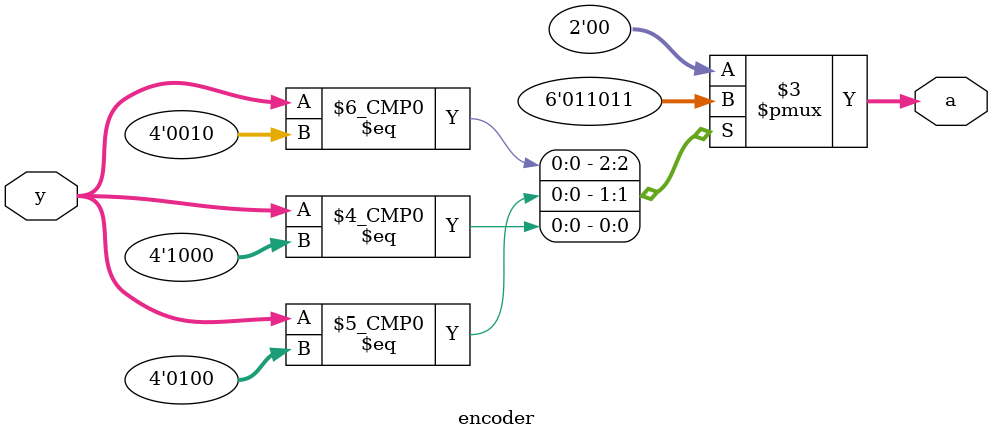
<source format=v>
module encoder (y,a);

input [3:0] y ;
output [1:0] a;

reg [1:0] a;

always @(y)
begin 
case(y)

4'b0001 : a=2'b00;
4'b0010 : a =2'b01;
4'b0100 : a = 2'b10 ;
4'b1000 : a =2'b11;

default : a =2'b00; //default case
endcase
end

endmodule 

</source>
